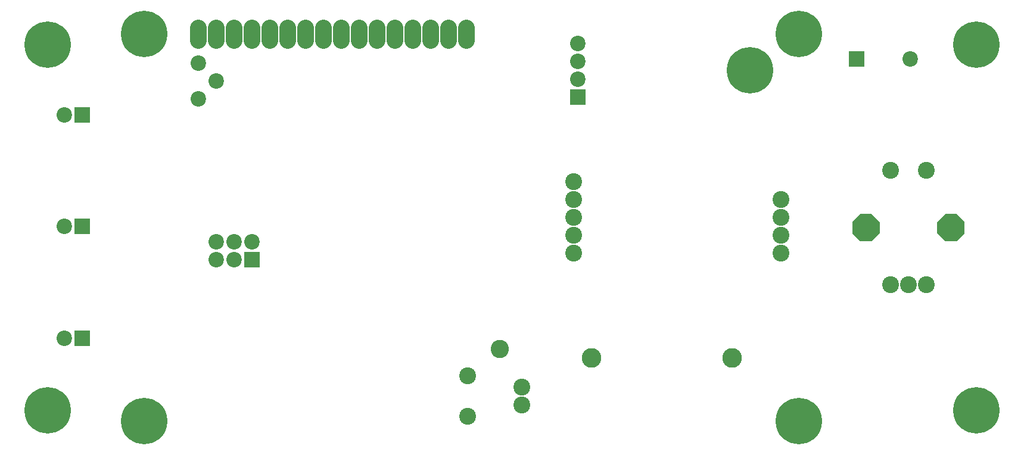
<source format=gbr>
%FSLAX34Y34*%
%MOMM*%
%LNSOLDERMASK_TOP*%
G71*
G01*
%ADD10C, 2.400*%
%ADD11C, 2.400*%
%ADD12C, 2.200*%
%ADD13C, 6.600*%
%ADD14C, 2.200*%
%ADD15C, 2.800*%
%ADD16C, 2.200*%
%ADD17C, 2.600*%
%ADD18C, 2.400*%
%LPD*%
G54D10*
X294000Y628600D02*
X294000Y610600D01*
G54D10*
X319400Y628600D02*
X319400Y610600D01*
G54D10*
X344800Y628600D02*
X344800Y610600D01*
G54D10*
X370200Y628600D02*
X370200Y610600D01*
G54D10*
X395600Y628600D02*
X395600Y610600D01*
G54D10*
X421000Y628600D02*
X421000Y610600D01*
G54D10*
X446400Y628600D02*
X446400Y610600D01*
G54D10*
X471800Y628600D02*
X471800Y610600D01*
G54D10*
X497200Y628600D02*
X497200Y610600D01*
G54D10*
X522600Y628600D02*
X522600Y610600D01*
G54D10*
X548000Y628600D02*
X548000Y610600D01*
G54D10*
X573400Y628600D02*
X573400Y610600D01*
G54D10*
X598800Y628600D02*
X598800Y610600D01*
G54D10*
X624200Y628600D02*
X624200Y610600D01*
G54D10*
X649600Y628600D02*
X649600Y610600D01*
G54D10*
X675000Y628600D02*
X675000Y610600D01*
X1278250Y264000D02*
G54D11*
D03*
X1303650Y264000D02*
G54D11*
D03*
X1329050Y264000D02*
G54D11*
D03*
X1278250Y425925D02*
G54D11*
D03*
X1329050Y425925D02*
G54D11*
D03*
G36*
X1223825Y353054D02*
X1235233Y364462D01*
X1251417Y364462D01*
X1262825Y353054D01*
X1262825Y336870D01*
X1251417Y325462D01*
X1235233Y325462D01*
X1223825Y336870D01*
X1223825Y353054D01*
G37*
G36*
X1344475Y353054D02*
X1355883Y364462D01*
X1372067Y364462D01*
X1383475Y353054D01*
X1383475Y336870D01*
X1372067Y325462D01*
X1355883Y325462D01*
X1344475Y336870D01*
X1344475Y353054D01*
G37*
G36*
X139900Y494300D02*
X117900Y494300D01*
X117900Y516300D01*
X139900Y516300D01*
X139900Y494300D01*
G37*
X103500Y505300D02*
G54D12*
D03*
G36*
X139900Y335550D02*
X117900Y335550D01*
X117900Y357550D01*
X139900Y357550D01*
X139900Y335550D01*
G37*
X103500Y346550D02*
G54D12*
D03*
G36*
X139900Y176800D02*
X117900Y176800D01*
X117900Y198800D01*
X139900Y198800D01*
X139900Y176800D01*
G37*
X103500Y187800D02*
G54D12*
D03*
X80000Y605000D02*
G54D13*
D03*
X80000Y85000D02*
G54D13*
D03*
X1400000Y85000D02*
G54D13*
D03*
X1400000Y605000D02*
G54D13*
D03*
G36*
X1219000Y596000D02*
X1241000Y596000D01*
X1241000Y574000D01*
X1219000Y574000D01*
X1219000Y596000D01*
G37*
X1306200Y585000D02*
G54D14*
D03*
X1052825Y159225D02*
G54D15*
D03*
X852825Y159225D02*
G54D15*
D03*
G36*
X359200Y287925D02*
X359200Y309925D01*
X381200Y309925D01*
X381200Y287925D01*
X359200Y287925D01*
G37*
X370200Y324325D02*
G54D16*
D03*
X344800Y298925D02*
G54D16*
D03*
X344800Y324325D02*
G54D16*
D03*
X319400Y298925D02*
G54D16*
D03*
X319400Y324325D02*
G54D16*
D03*
X294000Y527525D02*
G54D12*
D03*
X294000Y578325D02*
G54D12*
D03*
X319400Y552925D02*
G54D12*
D03*
X722625Y171925D02*
G54D17*
D03*
G36*
X822750Y519700D02*
X822750Y541700D01*
X844750Y541700D01*
X844750Y519700D01*
X822750Y519700D01*
G37*
X833750Y556100D02*
G54D14*
D03*
X833750Y581500D02*
G54D14*
D03*
X833750Y606900D02*
G54D14*
D03*
X1122675Y384650D02*
G54D11*
D03*
X1122675Y359250D02*
G54D11*
D03*
X1122675Y333850D02*
G54D11*
D03*
X1122675Y308450D02*
G54D11*
D03*
X827400Y308450D02*
G54D11*
D03*
X827400Y333850D02*
G54D11*
D03*
X827400Y359250D02*
G54D11*
D03*
X827400Y384650D02*
G54D11*
D03*
X827400Y410050D02*
G54D11*
D03*
X217400Y620000D02*
G54D13*
D03*
X217400Y70000D02*
G54D13*
D03*
X1147400Y70000D02*
G54D13*
D03*
X1147400Y620000D02*
G54D13*
D03*
X1078225Y568800D02*
G54D13*
D03*
X754375Y117950D02*
G54D18*
D03*
X754375Y92550D02*
G54D18*
D03*
X676588Y133825D02*
G54D18*
D03*
X676588Y76675D02*
G54D18*
D03*
M02*

</source>
